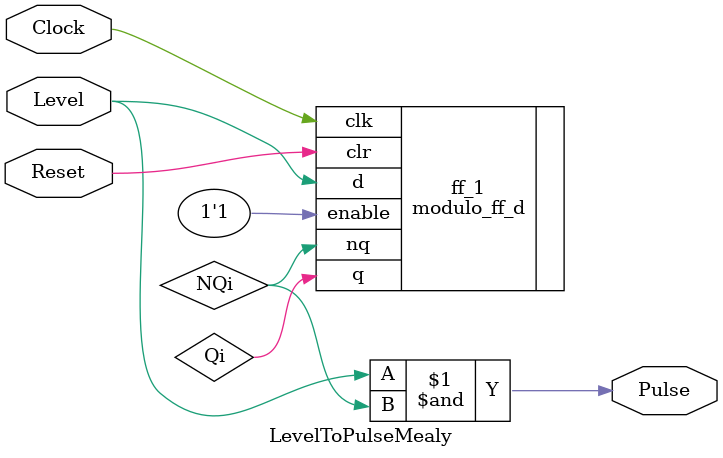
<source format=v>
module	LevelToPulseMealy(
			Clock,
			Reset,
			Level,
			Pulse
	);
	input		Clock;	
	input		Reset;	
	input		Level;
	output	Pulse;
	
	wire Qi,NQi;
	
	modulo_ff_d ff_1(.d(Level),.clk(Clock),.clr(Reset),.enable(1'b1),.q(Qi),.nq(NQi));
	
	and(Pulse,Level,NQi);
		

endmodule 
</source>
